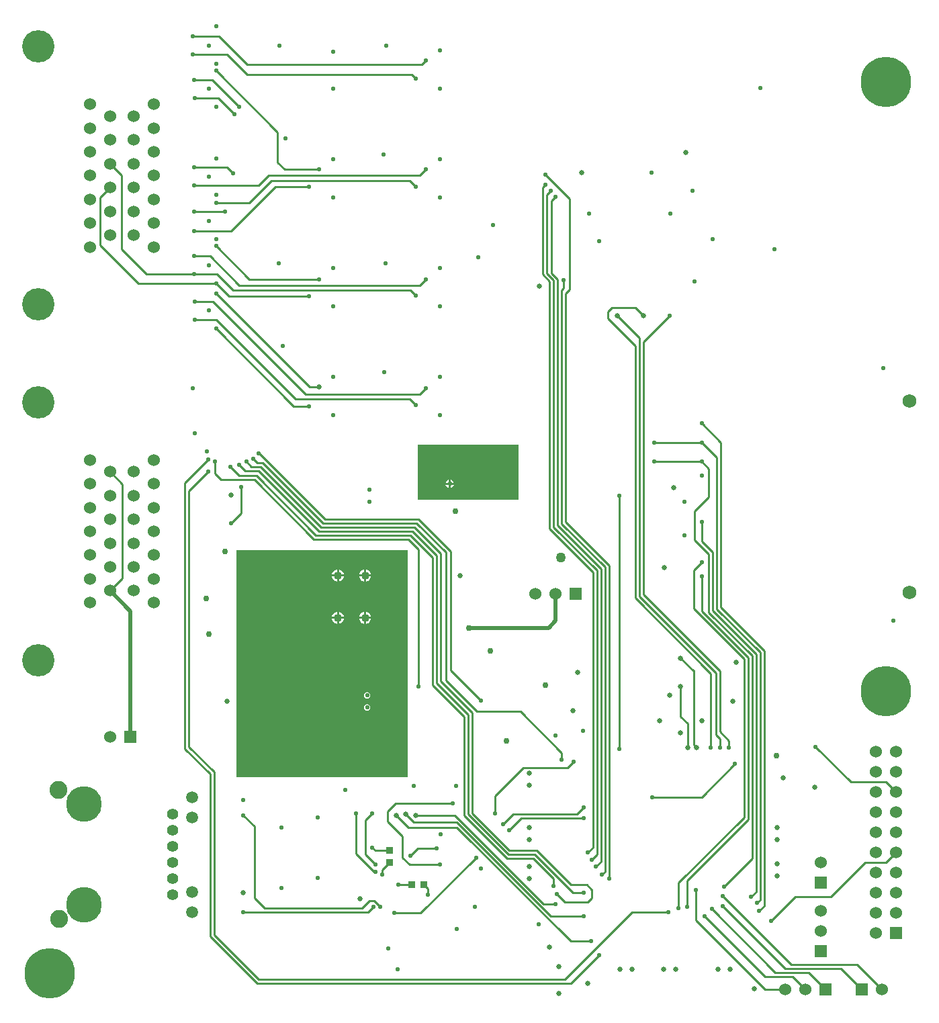
<source format=gbl>
%FSAX24Y24*%
%MOIN*%
G70*
G01*
G75*
G04 Layer_Physical_Order=4*
G04 Layer_Color=16711680*
%ADD10R,0.0512X0.0748*%
%ADD11R,0.0700X0.0650*%
%ADD12R,0.0350X0.0350*%
%ADD13R,0.0350X0.0350*%
%ADD14R,0.3500X0.4200*%
%ADD15R,0.0900X0.0700*%
%ADD16R,0.0374X0.0189*%
%ADD17R,0.0550X0.0400*%
%ADD18R,0.0650X0.0700*%
%ADD19R,0.0512X0.0110*%
%ADD20R,0.0110X0.0512*%
%ADD21R,0.0600X0.0650*%
G04:AMPARAMS|DCode=22|XSize=65mil|YSize=60mil|CornerRadius=15mil|HoleSize=0mil|Usage=FLASHONLY|Rotation=270.000|XOffset=0mil|YOffset=0mil|HoleType=Round|Shape=RoundedRectangle|*
%AMROUNDEDRECTD22*
21,1,0.0650,0.0300,0,0,270.0*
21,1,0.0350,0.0600,0,0,270.0*
1,1,0.0300,-0.0150,-0.0175*
1,1,0.0300,-0.0150,0.0175*
1,1,0.0300,0.0150,0.0175*
1,1,0.0300,0.0150,-0.0175*
%
%ADD22ROUNDEDRECTD22*%
%ADD23R,0.0236X0.0472*%
%ADD24R,0.0260X0.0800*%
%ADD25R,0.0709X0.0551*%
G04:AMPARAMS|DCode=26|XSize=70.9mil|YSize=55.1mil|CornerRadius=13.8mil|HoleSize=0mil|Usage=FLASHONLY|Rotation=180.000|XOffset=0mil|YOffset=0mil|HoleType=Round|Shape=RoundedRectangle|*
%AMROUNDEDRECTD26*
21,1,0.0709,0.0276,0,0,180.0*
21,1,0.0433,0.0551,0,0,180.0*
1,1,0.0276,-0.0217,0.0138*
1,1,0.0276,0.0217,0.0138*
1,1,0.0276,0.0217,-0.0138*
1,1,0.0276,-0.0217,-0.0138*
%
%ADD26ROUNDEDRECTD26*%
%ADD27R,0.1280X0.0846*%
%ADD28R,0.0374X0.0846*%
%ADD29R,0.0800X0.0260*%
%ADD30R,0.0140X0.0701*%
%ADD31R,0.0787X0.0472*%
%ADD32R,0.0591X0.0394*%
%ADD33R,0.0532X0.0138*%
%ADD34R,0.0138X0.0532*%
%ADD35R,0.0400X0.0550*%
%ADD36R,0.0098X0.0610*%
%ADD37R,0.0571X0.0098*%
%ADD38R,0.0571X0.0177*%
%ADD39R,0.1500X0.0800*%
%ADD40R,0.0800X0.1500*%
%ADD41C,0.0100*%
%ADD42C,0.0120*%
%ADD43C,0.0110*%
%ADD44C,0.0150*%
%ADD45C,0.0130*%
%ADD46C,0.0200*%
%ADD47C,0.0300*%
%ADD48C,0.0600*%
%ADD49R,0.0600X0.0600*%
%ADD50R,0.0600X0.0600*%
%ADD51C,0.0591*%
%ADD52C,0.0551*%
%ADD53C,0.0886*%
%ADD54C,0.1772*%
%ADD55C,0.0220*%
%ADD56C,0.0250*%
%ADD57C,0.1600*%
%ADD58C,0.0689*%
%ADD59C,0.0300*%
%ADD60C,0.0500*%
%ADD61C,0.0400*%
%ADD62C,0.2500*%
G36*
X036000Y035500D02*
X031000D01*
Y038250D01*
X036000D01*
Y035500D01*
D02*
G37*
G36*
X030500Y021750D02*
X022000D01*
Y033000D01*
X030500D01*
Y021750D01*
D02*
G37*
%LPC*%
G36*
X027000Y029946D02*
X026972Y029942D01*
X026899Y029912D01*
X026836Y029864D01*
X026788Y029801D01*
X026758Y029728D01*
X026754Y029700D01*
X027000D01*
Y029946D01*
D02*
G37*
G36*
X028696Y029600D02*
X028450D01*
Y029354D01*
X028478Y029358D01*
X028551Y029388D01*
X028614Y029436D01*
X028662Y029499D01*
X028692Y029572D01*
X028696Y029600D01*
D02*
G37*
G36*
X028450Y029946D02*
Y029700D01*
X028696D01*
X028692Y029728D01*
X028662Y029801D01*
X028614Y029864D01*
X028551Y029912D01*
X028478Y029942D01*
X028450Y029946D01*
D02*
G37*
G36*
X028350D02*
X028322Y029942D01*
X028249Y029912D01*
X028186Y029864D01*
X028138Y029801D01*
X028108Y029728D01*
X028104Y029700D01*
X028350D01*
Y029946D01*
D02*
G37*
G36*
X027100D02*
Y029700D01*
X027346D01*
X027342Y029728D01*
X027312Y029801D01*
X027264Y029864D01*
X027201Y029912D01*
X027128Y029942D01*
X027100Y029946D01*
D02*
G37*
G36*
X028500Y025963D02*
X028438Y025951D01*
X028385Y025915D01*
X028349Y025862D01*
X028337Y025800D01*
X028349Y025738D01*
X028385Y025685D01*
X028438Y025649D01*
X028500Y025637D01*
X028562Y025649D01*
X028615Y025685D01*
X028651Y025738D01*
X028663Y025800D01*
X028651Y025862D01*
X028615Y025915D01*
X028562Y025951D01*
X028500Y025963D01*
D02*
G37*
G36*
Y025363D02*
X028438Y025351D01*
X028385Y025315D01*
X028349Y025262D01*
X028337Y025200D01*
X028349Y025138D01*
X028385Y025085D01*
X028438Y025049D01*
X028500Y025037D01*
X028562Y025049D01*
X028615Y025085D01*
X028651Y025138D01*
X028663Y025200D01*
X028651Y025262D01*
X028615Y025315D01*
X028562Y025351D01*
X028500Y025363D01*
D02*
G37*
G36*
X027000Y029600D02*
X026754D01*
X026758Y029572D01*
X026788Y029499D01*
X026836Y029436D01*
X026899Y029388D01*
X026972Y029358D01*
X027000Y029354D01*
Y029600D01*
D02*
G37*
G36*
X028350D02*
X028104D01*
X028108Y029572D01*
X028138Y029499D01*
X028186Y029436D01*
X028249Y029388D01*
X028322Y029358D01*
X028350Y029354D01*
Y029600D01*
D02*
G37*
G36*
X027346D02*
X027100D01*
Y029354D01*
X027128Y029358D01*
X027201Y029388D01*
X027264Y029436D01*
X027312Y029499D01*
X027342Y029572D01*
X027346Y029600D01*
D02*
G37*
G36*
X027000Y031700D02*
X026754D01*
X026758Y031672D01*
X026788Y031599D01*
X026836Y031536D01*
X026899Y031488D01*
X026972Y031458D01*
X027000Y031454D01*
Y031700D01*
D02*
G37*
G36*
X032550Y036250D02*
X032396D01*
X032402Y036218D01*
X032449Y036149D01*
X032518Y036102D01*
X032550Y036096D01*
Y036250D01*
D02*
G37*
G36*
X028450Y032046D02*
Y031800D01*
X028696D01*
X028692Y031828D01*
X028662Y031901D01*
X028614Y031964D01*
X028551Y032012D01*
X028478Y032042D01*
X028450Y032046D01*
D02*
G37*
G36*
X032804Y036250D02*
X032650D01*
Y036096D01*
X032682Y036102D01*
X032751Y036149D01*
X032798Y036218D01*
X032804Y036250D01*
D02*
G37*
G36*
X032650Y036504D02*
Y036350D01*
X032804D01*
X032798Y036382D01*
X032751Y036451D01*
X032682Y036498D01*
X032650Y036504D01*
D02*
G37*
G36*
X032550D02*
X032518Y036498D01*
X032449Y036451D01*
X032402Y036382D01*
X032396Y036350D01*
X032550D01*
Y036504D01*
D02*
G37*
G36*
X028350Y032046D02*
X028322Y032042D01*
X028249Y032012D01*
X028186Y031964D01*
X028138Y031901D01*
X028108Y031828D01*
X028104Y031800D01*
X028350D01*
Y032046D01*
D02*
G37*
G36*
Y031700D02*
X028104D01*
X028108Y031672D01*
X028138Y031599D01*
X028186Y031536D01*
X028249Y031488D01*
X028322Y031458D01*
X028350Y031454D01*
Y031700D01*
D02*
G37*
G36*
X027346D02*
X027100D01*
Y031454D01*
X027128Y031458D01*
X027201Y031488D01*
X027264Y031536D01*
X027312Y031599D01*
X027342Y031672D01*
X027346Y031700D01*
D02*
G37*
G36*
X028696D02*
X028450D01*
Y031454D01*
X028478Y031458D01*
X028551Y031488D01*
X028614Y031536D01*
X028662Y031599D01*
X028692Y031672D01*
X028696Y031700D01*
D02*
G37*
G36*
X027100Y032046D02*
Y031800D01*
X027346D01*
X027342Y031828D01*
X027312Y031901D01*
X027264Y031964D01*
X027201Y032012D01*
X027128Y032042D01*
X027100Y032046D01*
D02*
G37*
G36*
X027000D02*
X026972Y032042D01*
X026899Y032012D01*
X026836Y031964D01*
X026788Y031901D01*
X026758Y031828D01*
X026754Y031800D01*
X027000D01*
Y032046D01*
D02*
G37*
%LPD*%
D12*
X031300Y016400D02*
D03*
X030700D02*
D03*
D13*
X029600Y017500D02*
D03*
Y018100D02*
D03*
D41*
X015734Y030991D02*
X016350Y031606D01*
Y036280D01*
X015734Y036896D02*
X016350Y036280D01*
X029950Y019850D02*
X030550Y019250D01*
X030400Y019900D02*
X030800Y019500D01*
X022350Y019850D02*
X022900Y019300D01*
Y015750D02*
Y019300D01*
Y015750D02*
X023400Y015250D01*
X028250D01*
X028600Y015600D01*
X028850D01*
X029150Y015300D01*
X022350Y015050D02*
X028550D01*
X028800Y015300D01*
X044700Y023350D02*
Y027050D01*
X044050Y027650D02*
X044700Y027000D01*
Y023350D02*
X044850Y023200D01*
X044400D02*
Y024400D01*
X028400Y019600D02*
X028750Y019950D01*
X028400Y017900D02*
Y019600D01*
Y017900D02*
X028900Y017400D01*
X028750Y018250D02*
X028900Y018100D01*
X029600D01*
X031300Y016400D02*
X031500Y016200D01*
Y015900D02*
Y016200D01*
X023750Y051350D02*
X030600D01*
X022650Y050250D02*
X023750Y051350D01*
X030600D02*
X030900Y051050D01*
X031100Y051600D02*
X031400Y051900D01*
X024400D02*
X026100D01*
X024050Y052250D02*
X024400Y051900D01*
X024050Y052250D02*
Y053750D01*
X021000Y056800D02*
X024050Y053750D01*
X021000Y050250D02*
X022650D01*
X023950Y051050D02*
X025600D01*
X021750Y048850D02*
X023950Y051050D01*
X019900Y048850D02*
X021750D01*
X031200Y057100D02*
X031400Y057300D01*
X022550Y057100D02*
X031200D01*
X021150Y058500D02*
X022550Y057100D01*
X019850Y058500D02*
X021150D01*
X030700Y056600D02*
X030900Y056400D01*
X022550Y056600D02*
X030700D01*
X021550Y057600D02*
X022550Y056600D01*
X019850Y057600D02*
X021550D01*
X031100Y046150D02*
X031400Y046450D01*
X030650Y045900D02*
X030900Y045650D01*
X021850Y045900D02*
X030650D01*
X021050Y046700D02*
X021850Y045900D01*
X019900Y046700D02*
X021050D01*
X022650Y046450D02*
X026100D01*
X021000Y048100D02*
X022650Y046450D01*
X021650Y045600D02*
X025600D01*
X021000Y046250D02*
X021650Y045600D01*
X030600Y040500D02*
X030900Y040200D01*
X031100Y040750D02*
X031400Y041050D01*
X024850Y040150D02*
X025600D01*
X024950Y040500D02*
X030600D01*
X021003Y044447D02*
X024950Y040500D01*
X019947Y044447D02*
X021003D01*
X021000Y044000D02*
X024850Y040150D01*
X025650Y041100D02*
X026100D01*
X021000Y045750D02*
X025650Y041100D01*
X015250Y050518D02*
X015734Y051003D01*
X015250Y048150D02*
Y050518D01*
Y048150D02*
X017150Y046250D01*
X015734Y052184D02*
X016300Y051618D01*
Y047950D02*
Y051618D01*
Y047950D02*
X017550Y046700D01*
X019900D01*
X017150Y046250D02*
X021000D01*
X023600Y051600D02*
X031100D01*
X023100Y051100D02*
X023600Y051600D01*
X019900Y051100D02*
X023100D01*
X019900Y047600D02*
X020700D01*
X022150Y046150D01*
X031100D01*
X019947Y045353D02*
X020847D01*
X025450Y040750D01*
X031100D01*
X019900Y052000D02*
X021550D01*
X021850Y051700D01*
X019900Y049800D02*
X021450D01*
X019950Y055450D02*
X021100D01*
X021900Y054650D01*
X019900Y056350D02*
X020800D01*
X022150Y055000D01*
X021750Y034350D02*
X022250Y034850D01*
Y036150D01*
X030650Y017850D02*
X031000Y018200D01*
X031950D01*
X030600Y017400D02*
X032100D01*
X030250Y017750D02*
X030600Y017400D01*
X030250Y017750D02*
Y018800D01*
X029500Y019550D02*
X030250Y018800D01*
X029500Y019550D02*
Y020050D01*
X029900Y020450D01*
X032750D01*
X038150Y034317D02*
X040300Y032167D01*
X037650Y046750D02*
Y050350D01*
Y046750D02*
X037950Y046450D01*
X037650Y050350D02*
X037850Y050550D01*
X037950Y034234D02*
X040100Y032084D01*
X037950Y034234D02*
Y046450D01*
X037400Y046750D02*
Y050650D01*
Y046750D02*
X037750Y046400D01*
X037400Y050650D02*
X037600Y050850D01*
X037750Y034151D02*
X039900Y032001D01*
X037750Y034151D02*
Y046400D01*
X037200Y046700D02*
X037550Y046350D01*
Y034069D02*
Y046350D01*
Y034069D02*
X039700Y031919D01*
X037200Y046700D02*
Y051000D01*
X037350Y051150D01*
X038150Y034317D02*
Y045900D01*
X038250Y046000D01*
Y046400D01*
X037350Y051650D02*
X038550Y050450D01*
X038350Y034400D02*
X040500Y032250D01*
X038350Y034400D02*
Y045750D01*
X038550Y045950D01*
Y050450D01*
X039700Y018250D02*
Y031919D01*
X040500Y016700D02*
Y032250D01*
X040150Y016900D02*
X040300Y017050D01*
Y032167D01*
X040100Y017550D02*
Y032084D01*
X039850Y017300D02*
X040100Y017550D01*
X039650Y017650D02*
X039900Y017900D01*
Y032001D01*
X039450Y018000D02*
X039700Y018250D01*
X042000Y030717D02*
Y043550D01*
Y030717D02*
X045800Y026917D01*
X042200Y030800D02*
X046000Y027000D01*
Y024000D02*
Y027000D01*
X040450Y044500D02*
Y044850D01*
X041800Y030634D02*
Y043150D01*
X040450Y044500D02*
X041800Y043150D01*
X040450Y044850D02*
X040650Y045050D01*
X041800D02*
X042200Y044650D01*
X040650Y045050D02*
X041800D01*
X040900Y044650D02*
X042000Y043550D01*
X042200Y030800D02*
Y043350D01*
X043500Y044650D01*
X041800Y030634D02*
X045550Y026884D01*
Y023200D02*
Y026884D01*
X045800Y023850D02*
Y026917D01*
Y023850D02*
X046000Y023650D01*
Y023200D02*
Y023650D01*
Y024000D02*
X046450Y023550D01*
Y023200D02*
Y023550D01*
X030550Y033550D02*
X031050Y033050D01*
X025850Y033550D02*
X030550D01*
X020950Y036800D02*
Y037400D01*
X038150Y022600D02*
Y022950D01*
X038600Y011500D02*
X040000Y012900D01*
X023050Y011500D02*
X038600D01*
X020700Y013850D02*
X023050Y011500D01*
X020700Y013850D02*
Y021900D01*
X020950Y036800D02*
X021250Y036500D01*
X022900D01*
X025850Y033550D01*
X019450Y023150D02*
X020700Y021900D01*
X019450Y023150D02*
Y036350D01*
X020600Y037500D01*
X041650Y015050D02*
X043450D01*
X038300Y011700D02*
X041650Y015050D01*
X023100Y011700D02*
X038300D01*
X020900Y013900D02*
X023100Y011700D01*
X020900Y013900D02*
Y022000D01*
X019650Y023250D02*
X020900Y022000D01*
X019650Y023250D02*
Y035950D01*
X020600Y036900D01*
X037750Y016350D02*
Y016700D01*
X036750Y017700D02*
X037750Y016700D01*
X030550Y019250D02*
X032950D01*
X038600Y013600D01*
X039600D01*
X030800Y019500D02*
X032950D01*
X037600Y014850D01*
X039250D01*
X030900Y019850D02*
X032850D01*
X037250Y015450D01*
X037850D01*
X035450Y017700D02*
X036750D01*
X033300Y019850D02*
X035450Y017700D01*
X033300Y019850D02*
Y024750D01*
X038700Y016000D02*
X039250D01*
X036800Y017900D02*
X038700Y016000D01*
X035500Y017900D02*
X036800D01*
X033500Y019900D02*
X035500Y017900D01*
X033500Y019900D02*
Y024850D01*
X031750Y026300D02*
X033300Y024750D01*
X031750Y026300D02*
Y032650D01*
X030650Y033750D02*
X031750Y032650D01*
X025950Y033750D02*
X030650D01*
X023000Y036700D02*
X025950Y033750D01*
X022150Y036700D02*
X023000D01*
X021700Y037150D02*
X022150Y036700D01*
X031950Y026400D02*
X033500Y024850D01*
X031950Y026400D02*
Y032750D01*
X030750Y033950D02*
X031950Y032750D01*
X026100Y033950D02*
X030750D01*
X023100Y036950D02*
X026100Y033950D01*
X022450Y036950D02*
X023100D01*
X022150Y037250D02*
X022450Y036950D01*
X037900Y015950D02*
X038300Y015550D01*
X039450D01*
X039650Y015750D01*
Y016150D01*
X039400Y016400D02*
X039650Y016150D01*
X038600Y016400D02*
X039400D01*
X036900Y018100D02*
X038600Y016400D01*
X035550Y018100D02*
X036900D01*
X033700Y019950D02*
X035550Y018100D01*
X033700Y019950D02*
Y024950D01*
X032150Y026500D02*
X033700Y024950D01*
X032150Y026500D02*
Y032850D01*
X030850Y034150D02*
X032150Y032850D01*
X026200Y034150D02*
X030850D01*
X023200Y037150D02*
X026200Y034150D01*
X022750Y037150D02*
X023200D01*
X022500Y037400D02*
X022750Y037150D01*
X036100Y025000D02*
X038150Y022950D01*
X033950Y025000D02*
X036100D01*
X032400Y026550D02*
X033950Y025000D01*
X032400Y026550D02*
Y032900D01*
X030950Y034350D02*
X032400Y032900D01*
X026300Y034350D02*
X030950D01*
X023300Y037350D02*
X026300Y034350D01*
X023050Y037350D02*
X023300D01*
X022850Y037550D02*
X023050Y037350D01*
X032650Y027050D02*
X034150Y025550D01*
X032650Y027050D02*
Y032950D01*
X031050Y034550D02*
X032650Y032950D01*
X026400Y034550D02*
X031050D01*
X023150Y037800D02*
X026400Y034550D01*
X023100Y037800D02*
X023150D01*
X031050Y026250D02*
Y033050D01*
X044050Y024750D02*
X044400Y024400D01*
X044050Y024750D02*
Y026250D01*
X046150Y015850D02*
X049550Y012450D01*
X050400Y012050D02*
X051250Y011200D01*
X045250Y014850D02*
X048250Y011850D01*
X049600D01*
X050250Y011200D01*
X044800Y014650D02*
Y016150D01*
Y014650D02*
X048250Y011200D01*
X049250D01*
X052000Y012250D02*
X053050Y011200D01*
X049550Y012450D02*
X052800D01*
X054050Y011200D01*
X042650Y020750D02*
X045100D01*
X046750Y022400D01*
X050750Y023250D02*
X052500Y021500D01*
X054250D01*
X054750Y021000D01*
X048550Y014600D02*
X049750Y015800D01*
X051500D01*
X053200Y017500D01*
X054250D01*
X054750Y018000D01*
X046150Y015350D02*
X049250Y012250D01*
X052000D01*
X045600Y015200D02*
X048750Y012050D01*
X050400D01*
X047200Y019750D02*
Y027600D01*
X044700Y030100D02*
X047200Y027600D01*
X047400Y019650D02*
Y027683D01*
X047800Y016050D02*
Y027849D01*
X048000Y015650D02*
Y027931D01*
X045100Y029983D02*
X047400Y027683D01*
X045650Y029999D02*
X047800Y027849D01*
X046200Y016300D02*
X047600Y017700D01*
Y027766D01*
X044750Y033512D02*
Y034938D01*
X045450Y035638D01*
X044750Y033512D02*
X045450Y032812D01*
X042750Y037400D02*
X045100D01*
X045450Y029916D02*
Y032812D01*
X045100Y037400D02*
X045450Y037050D01*
Y035638D02*
Y037050D01*
X044373Y015323D02*
Y016623D01*
X047400Y019650D01*
X043950Y015250D02*
Y016500D01*
X047200Y019750D01*
X044700Y032000D02*
X045100Y032400D01*
X047550Y015800D02*
X047800Y016050D01*
X045100Y033450D02*
X045650Y032900D01*
X045100Y033450D02*
Y034400D01*
X045650Y029999D02*
Y032900D01*
X047850Y015500D02*
X048000Y015650D01*
X045100Y038350D02*
X045850Y037600D01*
X042750Y038350D02*
X045100D01*
X047950Y015100D02*
X048200Y015350D01*
Y028014D01*
X045100Y039300D02*
X046050Y038350D01*
Y030164D02*
Y038350D01*
Y030164D02*
X048200Y028014D01*
X045850Y030081D02*
Y037600D01*
Y030081D02*
X048000Y027931D01*
X045450Y029916D02*
X047600Y027766D01*
X045100Y029983D02*
Y031700D01*
X044700Y030100D02*
Y032000D01*
X041000Y023150D02*
Y035700D01*
D43*
X035750Y019900D02*
X038900D01*
X029850Y015000D02*
X031150D01*
X036150Y019700D02*
X039250D01*
X027950Y017950D02*
Y019950D01*
Y017950D02*
X028850Y017050D01*
X028900D01*
X029250Y017150D02*
X029600Y017500D01*
X029250Y016900D02*
Y017150D01*
X030050Y016400D02*
X030700D01*
X034850Y019950D02*
Y020800D01*
X035250Y019400D02*
X035750Y019900D01*
X035550Y019100D02*
X036150Y019700D01*
X038900Y019900D02*
X039250Y020250D01*
X034850Y020800D02*
X036250Y022200D01*
X038450D01*
X038750Y022500D01*
X031150Y015000D02*
X033900Y017750D01*
D46*
X016750Y023750D02*
Y029975D01*
X015734Y030991D02*
X016750Y029975D01*
X037850Y029500D02*
Y030850D01*
X037500Y029150D02*
X037850Y029500D01*
X033550Y029150D02*
X037500D01*
D48*
X054750Y018000D02*
D03*
Y016000D02*
D03*
Y017000D02*
D03*
X053750Y016000D02*
D03*
Y014000D02*
D03*
X054750Y015000D02*
D03*
X053750D02*
D03*
Y017000D02*
D03*
Y018000D02*
D03*
X054750Y019000D02*
D03*
X053750D02*
D03*
X054750Y020000D02*
D03*
X053750D02*
D03*
X054750Y021000D02*
D03*
X053750D02*
D03*
X054750Y022000D02*
D03*
X053750D02*
D03*
X054750Y023000D02*
D03*
X053750D02*
D03*
X037850Y030850D02*
D03*
X036850D02*
D03*
X014750Y048050D02*
D03*
Y049231D02*
D03*
Y050412D02*
D03*
Y051593D02*
D03*
Y052774D02*
D03*
Y053955D02*
D03*
Y055137D02*
D03*
X015734Y048641D02*
D03*
Y049822D02*
D03*
Y051003D02*
D03*
Y052184D02*
D03*
Y053365D02*
D03*
Y054546D02*
D03*
X016915Y048641D02*
D03*
Y049822D02*
D03*
Y051003D02*
D03*
Y052184D02*
D03*
Y053365D02*
D03*
Y054546D02*
D03*
X017900Y048050D02*
D03*
Y049231D02*
D03*
Y050412D02*
D03*
Y051593D02*
D03*
Y052774D02*
D03*
Y053956D02*
D03*
Y055137D02*
D03*
X014750Y030400D02*
D03*
Y031581D02*
D03*
Y032762D02*
D03*
Y033943D02*
D03*
Y035124D02*
D03*
Y036305D02*
D03*
Y037487D02*
D03*
X015734Y030991D02*
D03*
Y032172D02*
D03*
Y033353D02*
D03*
Y034534D02*
D03*
Y035715D02*
D03*
Y036896D02*
D03*
X016915Y030991D02*
D03*
Y032172D02*
D03*
Y033353D02*
D03*
Y034534D02*
D03*
Y035715D02*
D03*
Y036896D02*
D03*
X017900Y030400D02*
D03*
Y031581D02*
D03*
Y032762D02*
D03*
Y033943D02*
D03*
Y035124D02*
D03*
Y036306D02*
D03*
Y037487D02*
D03*
X051000Y014100D02*
D03*
Y015100D02*
D03*
Y017500D02*
D03*
X015750Y023750D02*
D03*
X054050Y011200D02*
D03*
X050250D02*
D03*
X049250D02*
D03*
D49*
X054750Y014000D02*
D03*
X051000Y013100D02*
D03*
Y016500D02*
D03*
D50*
X038850Y030850D02*
D03*
X016750Y023750D02*
D03*
X053050Y011200D02*
D03*
X051250D02*
D03*
D51*
X019820Y020746D02*
D03*
Y019746D02*
D03*
Y016054D02*
D03*
Y015054D02*
D03*
D52*
X018848Y019896D02*
D03*
Y015900D02*
D03*
Y019097D02*
D03*
Y018298D02*
D03*
Y017498D02*
D03*
Y016699D02*
D03*
D53*
X013202Y014723D02*
D03*
X013170Y021109D02*
D03*
D54*
X014450Y015400D02*
D03*
Y020400D02*
D03*
D55*
X032950Y014200D02*
D03*
X040000Y048350D02*
D03*
X029350Y041850D02*
D03*
X024300Y043150D02*
D03*
X029400Y047250D02*
D03*
X024100D02*
D03*
X024450Y053450D02*
D03*
X029300Y052650D02*
D03*
X029450Y058050D02*
D03*
X024150D02*
D03*
X038750Y022500D02*
D03*
X039250Y014850D02*
D03*
X039600Y013600D02*
D03*
X037850Y015450D02*
D03*
X027400Y021100D02*
D03*
X028750Y019950D02*
D03*
X027950D02*
D03*
X033850Y015300D02*
D03*
X029850Y015000D02*
D03*
X029250Y016900D02*
D03*
X030050Y016400D02*
D03*
X030000Y012200D02*
D03*
X028800Y015300D02*
D03*
X029150D02*
D03*
X028900Y017050D02*
D03*
Y017400D02*
D03*
X022350Y015050D02*
D03*
Y019850D02*
D03*
X029550Y013250D02*
D03*
X026100Y051900D02*
D03*
X031400D02*
D03*
X030900Y051050D02*
D03*
X025600D02*
D03*
X031400Y057300D02*
D03*
X030900Y056400D02*
D03*
X031400Y046450D02*
D03*
X030900Y045650D02*
D03*
X026100Y046450D02*
D03*
X025600Y045600D02*
D03*
X030900Y040200D02*
D03*
X031400Y041050D02*
D03*
X025600Y040150D02*
D03*
X045100Y036700D02*
D03*
X032100Y052400D02*
D03*
Y050500D02*
D03*
X026800Y052400D02*
D03*
Y050500D02*
D03*
X032100Y057800D02*
D03*
Y055900D02*
D03*
Y047000D02*
D03*
Y045100D02*
D03*
X026800Y041600D02*
D03*
Y039700D02*
D03*
X032100Y041600D02*
D03*
Y039700D02*
D03*
X026800Y045100D02*
D03*
Y047000D02*
D03*
Y055900D02*
D03*
Y057750D02*
D03*
X021000Y045750D02*
D03*
X019947Y045353D02*
D03*
Y044447D02*
D03*
X021000Y044000D02*
D03*
Y048100D02*
D03*
X019900Y047600D02*
D03*
X021000Y057150D02*
D03*
X019850Y057600D02*
D03*
Y058500D02*
D03*
X021000Y059000D02*
D03*
X019900Y046700D02*
D03*
X021000Y046250D02*
D03*
X019950Y055450D02*
D03*
X019900Y056350D02*
D03*
X021000Y056800D02*
D03*
Y055000D02*
D03*
Y048450D02*
D03*
X019900Y048850D02*
D03*
Y049800D02*
D03*
X021000Y050250D02*
D03*
Y050650D02*
D03*
X019900Y051100D02*
D03*
Y052000D02*
D03*
X021000Y052450D02*
D03*
X022350Y020600D02*
D03*
X026050Y019750D02*
D03*
X024250Y019250D02*
D03*
Y016250D02*
D03*
X026050Y016750D02*
D03*
X028750Y018250D02*
D03*
X031500Y015900D02*
D03*
X032150Y018900D02*
D03*
X030800Y021300D02*
D03*
X032900D02*
D03*
X020650Y051550D02*
D03*
Y058050D02*
D03*
Y055900D02*
D03*
Y049350D02*
D03*
Y047150D02*
D03*
Y044900D02*
D03*
X034000Y047550D02*
D03*
X034750Y049150D02*
D03*
X042600Y051750D02*
D03*
X044650Y050850D02*
D03*
X043550Y049700D02*
D03*
X039500D02*
D03*
X045650Y048450D02*
D03*
X044750Y046350D02*
D03*
X048000Y055950D02*
D03*
X021850Y051700D02*
D03*
X021450Y049800D02*
D03*
X021900Y054650D02*
D03*
X022150Y055000D02*
D03*
X019950Y038800D02*
D03*
X019850Y041050D02*
D03*
X020550Y037900D02*
D03*
X028500Y025200D02*
D03*
Y025800D02*
D03*
X028600Y035400D02*
D03*
Y036000D02*
D03*
X020600Y037500D02*
D03*
X020950Y037400D02*
D03*
X021700Y037150D02*
D03*
X022150Y037250D02*
D03*
X022500Y037400D02*
D03*
X022850Y037550D02*
D03*
X023100Y037800D02*
D03*
X021750Y034350D02*
D03*
X022250Y036150D02*
D03*
X030650Y017850D02*
D03*
X031950Y018200D02*
D03*
X034150Y017200D02*
D03*
X032100Y017400D02*
D03*
X034850Y019950D02*
D03*
X035250Y019400D02*
D03*
X035550Y019100D02*
D03*
X037850Y050550D02*
D03*
X037600Y050850D02*
D03*
X037350Y051150D02*
D03*
X038250Y046400D02*
D03*
X037350Y051650D02*
D03*
X040500Y016700D02*
D03*
X040150Y016900D02*
D03*
X039850Y017300D02*
D03*
X039650Y017650D02*
D03*
X039450Y018000D02*
D03*
X039250Y019700D02*
D03*
Y020250D02*
D03*
X043500Y044650D02*
D03*
X045550Y023200D02*
D03*
X046000D02*
D03*
X046450D02*
D03*
X048700Y047950D02*
D03*
X038150Y022600D02*
D03*
X040000Y012900D02*
D03*
X043450Y015050D02*
D03*
X020600Y036900D02*
D03*
X032750Y020450D02*
D03*
X037900Y015950D02*
D03*
X037750Y016350D02*
D03*
X033900Y017750D02*
D03*
X039250Y016000D02*
D03*
X034150Y025550D02*
D03*
X031050Y026250D02*
D03*
X037000Y014450D02*
D03*
X039200Y024050D02*
D03*
X037850Y023800D02*
D03*
X054600Y029500D02*
D03*
X054100Y042050D02*
D03*
X044250Y035400D02*
D03*
Y033750D02*
D03*
X032600Y036300D02*
D03*
X045250Y014850D02*
D03*
X044800Y016150D02*
D03*
X042650Y020750D02*
D03*
X046750Y022400D02*
D03*
X050750Y023250D02*
D03*
X048550Y014600D02*
D03*
X046150Y015850D02*
D03*
Y015350D02*
D03*
X045600Y015200D02*
D03*
X046200Y016300D02*
D03*
X042750Y037400D02*
D03*
X045100D02*
D03*
X044373Y015323D02*
D03*
X045100Y031700D02*
D03*
X043950Y015250D02*
D03*
X045100Y032400D02*
D03*
X047550Y015800D02*
D03*
X045100Y034400D02*
D03*
X047850Y015500D02*
D03*
X042750Y038350D02*
D03*
X045100D02*
D03*
X047950Y015100D02*
D03*
X045100Y039300D02*
D03*
X041000Y023150D02*
D03*
Y035700D02*
D03*
D56*
X030900Y019850D02*
D03*
X030400Y019900D02*
D03*
X029950Y019850D02*
D03*
X038000Y012350D02*
D03*
Y011000D02*
D03*
X044050Y027650D02*
D03*
X044400Y023200D02*
D03*
X044850D02*
D03*
X044050Y026250D02*
D03*
X046800Y027450D02*
D03*
X021750Y035750D02*
D03*
X021550Y025500D02*
D03*
X046650D02*
D03*
X038700Y025050D02*
D03*
X037550Y013300D02*
D03*
X047700Y011250D02*
D03*
X026100Y041100D02*
D03*
X038950Y026950D02*
D03*
X043500Y025800D02*
D03*
X043250Y032150D02*
D03*
X043700Y036100D02*
D03*
X044050Y023950D02*
D03*
X048850Y019250D02*
D03*
Y018650D02*
D03*
Y017450D02*
D03*
Y016850D02*
D03*
X046500Y012200D02*
D03*
X045900D02*
D03*
X043800D02*
D03*
X043200D02*
D03*
X041650D02*
D03*
X041050D02*
D03*
X036550Y016700D02*
D03*
Y017300D02*
D03*
Y018650D02*
D03*
Y019250D02*
D03*
Y021350D02*
D03*
Y021950D02*
D03*
X045100Y024550D02*
D03*
X043000D02*
D03*
X022350Y016000D02*
D03*
X044300Y052750D02*
D03*
X033100Y031750D02*
D03*
X039150Y051750D02*
D03*
X028150Y015700D02*
D03*
X037050Y046100D02*
D03*
X042200Y044650D02*
D03*
X040900D02*
D03*
X050700Y021250D02*
D03*
X049150Y021700D02*
D03*
X039450Y011500D02*
D03*
D57*
X012191Y045196D02*
D03*
Y057991D02*
D03*
Y027546D02*
D03*
Y040341D02*
D03*
D58*
X055421Y030891D02*
D03*
Y040399D02*
D03*
D59*
X020650Y028850D02*
D03*
X021450Y032950D02*
D03*
X020500Y030600D02*
D03*
X034600Y028000D02*
D03*
X032894Y034950D02*
D03*
X037350Y026300D02*
D03*
X048800Y022800D02*
D03*
X033550Y029150D02*
D03*
X035400Y023550D02*
D03*
D60*
X038100Y032650D02*
D03*
D61*
X027050Y031750D02*
D03*
X028400D02*
D03*
Y029650D02*
D03*
X027050D02*
D03*
D62*
X054250Y026000D02*
D03*
X012750Y012000D02*
D03*
X054250Y056250D02*
D03*
M02*

</source>
